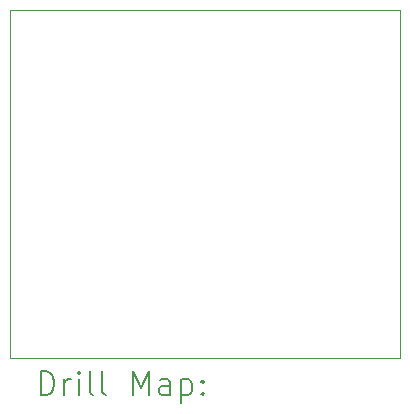
<source format=gbr>
%TF.GenerationSoftware,KiCad,Pcbnew,8.0.3-8.0.3-0~ubuntu22.04.1*%
%TF.CreationDate,2024-07-16T20:39:54+09:00*%
%TF.ProjectId,PCA9685_ver3,50434139-3638-4355-9f76-6572332e6b69,rev?*%
%TF.SameCoordinates,Original*%
%TF.FileFunction,Drillmap*%
%TF.FilePolarity,Positive*%
%FSLAX45Y45*%
G04 Gerber Fmt 4.5, Leading zero omitted, Abs format (unit mm)*
G04 Created by KiCad (PCBNEW 8.0.3-8.0.3-0~ubuntu22.04.1) date 2024-07-16 20:39:54*
%MOMM*%
%LPD*%
G01*
G04 APERTURE LIST*
%ADD10C,0.050000*%
%ADD11C,0.200000*%
G04 APERTURE END LIST*
D10*
X13125000Y-6300000D02*
X16425000Y-6300000D01*
X16425000Y-9250000D01*
X13125000Y-9250000D01*
X13125000Y-6300000D01*
D11*
X13383277Y-9563984D02*
X13383277Y-9363984D01*
X13383277Y-9363984D02*
X13430896Y-9363984D01*
X13430896Y-9363984D02*
X13459467Y-9373508D01*
X13459467Y-9373508D02*
X13478515Y-9392555D01*
X13478515Y-9392555D02*
X13488039Y-9411603D01*
X13488039Y-9411603D02*
X13497562Y-9449698D01*
X13497562Y-9449698D02*
X13497562Y-9478270D01*
X13497562Y-9478270D02*
X13488039Y-9516365D01*
X13488039Y-9516365D02*
X13478515Y-9535412D01*
X13478515Y-9535412D02*
X13459467Y-9554460D01*
X13459467Y-9554460D02*
X13430896Y-9563984D01*
X13430896Y-9563984D02*
X13383277Y-9563984D01*
X13583277Y-9563984D02*
X13583277Y-9430650D01*
X13583277Y-9468746D02*
X13592801Y-9449698D01*
X13592801Y-9449698D02*
X13602324Y-9440174D01*
X13602324Y-9440174D02*
X13621372Y-9430650D01*
X13621372Y-9430650D02*
X13640420Y-9430650D01*
X13707086Y-9563984D02*
X13707086Y-9430650D01*
X13707086Y-9363984D02*
X13697562Y-9373508D01*
X13697562Y-9373508D02*
X13707086Y-9383031D01*
X13707086Y-9383031D02*
X13716610Y-9373508D01*
X13716610Y-9373508D02*
X13707086Y-9363984D01*
X13707086Y-9363984D02*
X13707086Y-9383031D01*
X13830896Y-9563984D02*
X13811848Y-9554460D01*
X13811848Y-9554460D02*
X13802324Y-9535412D01*
X13802324Y-9535412D02*
X13802324Y-9363984D01*
X13935658Y-9563984D02*
X13916610Y-9554460D01*
X13916610Y-9554460D02*
X13907086Y-9535412D01*
X13907086Y-9535412D02*
X13907086Y-9363984D01*
X14164229Y-9563984D02*
X14164229Y-9363984D01*
X14164229Y-9363984D02*
X14230896Y-9506841D01*
X14230896Y-9506841D02*
X14297562Y-9363984D01*
X14297562Y-9363984D02*
X14297562Y-9563984D01*
X14478515Y-9563984D02*
X14478515Y-9459222D01*
X14478515Y-9459222D02*
X14468991Y-9440174D01*
X14468991Y-9440174D02*
X14449943Y-9430650D01*
X14449943Y-9430650D02*
X14411848Y-9430650D01*
X14411848Y-9430650D02*
X14392801Y-9440174D01*
X14478515Y-9554460D02*
X14459467Y-9563984D01*
X14459467Y-9563984D02*
X14411848Y-9563984D01*
X14411848Y-9563984D02*
X14392801Y-9554460D01*
X14392801Y-9554460D02*
X14383277Y-9535412D01*
X14383277Y-9535412D02*
X14383277Y-9516365D01*
X14383277Y-9516365D02*
X14392801Y-9497317D01*
X14392801Y-9497317D02*
X14411848Y-9487793D01*
X14411848Y-9487793D02*
X14459467Y-9487793D01*
X14459467Y-9487793D02*
X14478515Y-9478270D01*
X14573753Y-9430650D02*
X14573753Y-9630650D01*
X14573753Y-9440174D02*
X14592801Y-9430650D01*
X14592801Y-9430650D02*
X14630896Y-9430650D01*
X14630896Y-9430650D02*
X14649943Y-9440174D01*
X14649943Y-9440174D02*
X14659467Y-9449698D01*
X14659467Y-9449698D02*
X14668991Y-9468746D01*
X14668991Y-9468746D02*
X14668991Y-9525889D01*
X14668991Y-9525889D02*
X14659467Y-9544936D01*
X14659467Y-9544936D02*
X14649943Y-9554460D01*
X14649943Y-9554460D02*
X14630896Y-9563984D01*
X14630896Y-9563984D02*
X14592801Y-9563984D01*
X14592801Y-9563984D02*
X14573753Y-9554460D01*
X14754705Y-9544936D02*
X14764229Y-9554460D01*
X14764229Y-9554460D02*
X14754705Y-9563984D01*
X14754705Y-9563984D02*
X14745182Y-9554460D01*
X14745182Y-9554460D02*
X14754705Y-9544936D01*
X14754705Y-9544936D02*
X14754705Y-9563984D01*
X14754705Y-9440174D02*
X14764229Y-9449698D01*
X14764229Y-9449698D02*
X14754705Y-9459222D01*
X14754705Y-9459222D02*
X14745182Y-9449698D01*
X14745182Y-9449698D02*
X14754705Y-9440174D01*
X14754705Y-9440174D02*
X14754705Y-9459222D01*
M02*

</source>
